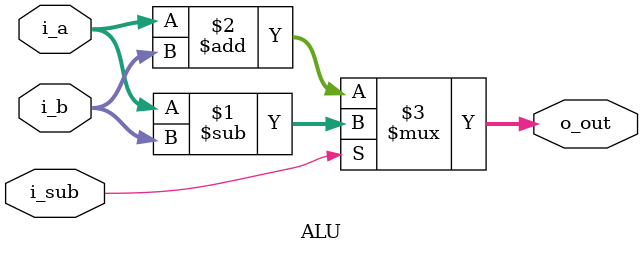
<source format=v>
`timescale 1ns / 1ps


module ALU(

    //inputs
    input i_sub, //1'b1 = Subtract, 1'b0 = Addition
    input [7:0]i_a,
    input [7:0]i_b,
 
    //outputs
    output [7:0]o_out

    );


    //template
    // ALU(
    //     .i_sub(),
    //     .i_a(),
    //     .i_b(),
    //     .o_out()
    // )


    assign o_out = (i_sub) ? i_a-i_b : i_a+i_b;


endmodule

</source>
